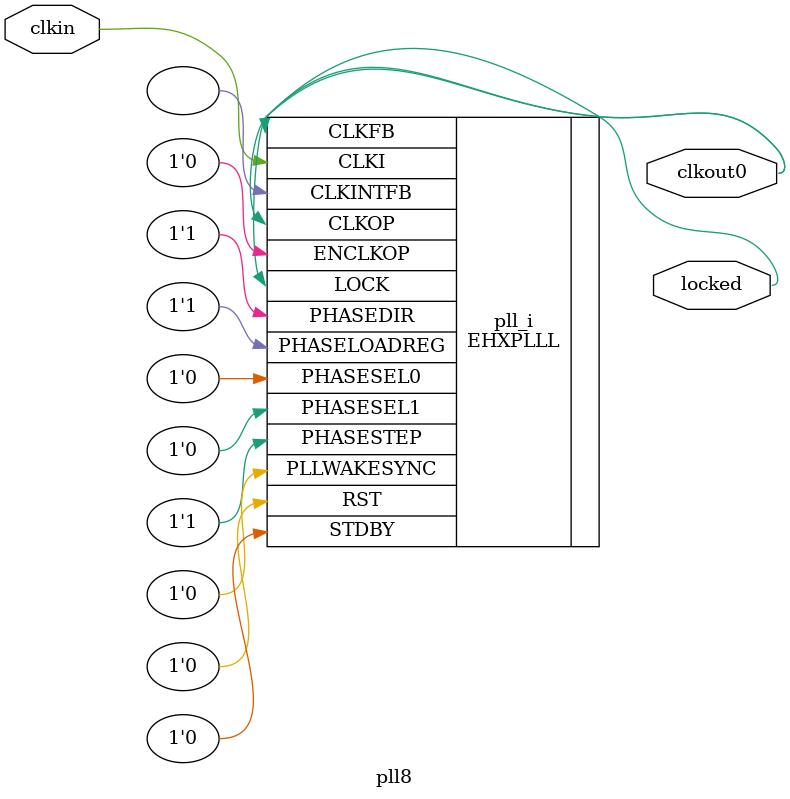
<source format=sv>
module pll8
(
    input clkin, // 25 MHz, 0 deg
    output clkout0, // 8.33333 MHz, 0 deg
    output locked
);
(* FREQUENCY_PIN_CLKI="25" *)
(* FREQUENCY_PIN_CLKOP="8.33333" *)
(* ICP_CURRENT="12" *) (* LPF_RESISTOR="8" *) (* MFG_ENABLE_FILTEROPAMP="1" *) (* MFG_GMCREF_SEL="2" *)
EHXPLLL #(
        .PLLRST_ENA("DISABLED"),
        .INTFB_WAKE("DISABLED"),
        .STDBY_ENABLE("DISABLED"),
        .DPHASE_SOURCE("DISABLED"),
        .OUTDIVIDER_MUXA("DIVA"),
        .OUTDIVIDER_MUXB("DIVB"),
        .OUTDIVIDER_MUXC("DIVC"),
        .OUTDIVIDER_MUXD("DIVD"),
        .CLKI_DIV(3),
        .CLKOP_ENABLE("ENABLED"),
        .CLKOP_DIV(72),
        .CLKOP_CPHASE(36),
        .CLKOP_FPHASE(0),
        .FEEDBK_PATH("CLKOP"),
        .CLKFB_DIV(1)
    ) pll_i (
        .RST(1'b0),
        .STDBY(1'b0),
        .CLKI(clkin),
        .CLKOP(clkout0),
        .CLKFB(clkout0),
        .CLKINTFB(),
        .PHASESEL0(1'b0),
        .PHASESEL1(1'b0),
        .PHASEDIR(1'b1),
        .PHASESTEP(1'b1),
        .PHASELOADREG(1'b1),
        .PLLWAKESYNC(1'b0),
        .ENCLKOP(1'b0),
        .LOCK(locked)
	);
endmodule

</source>
